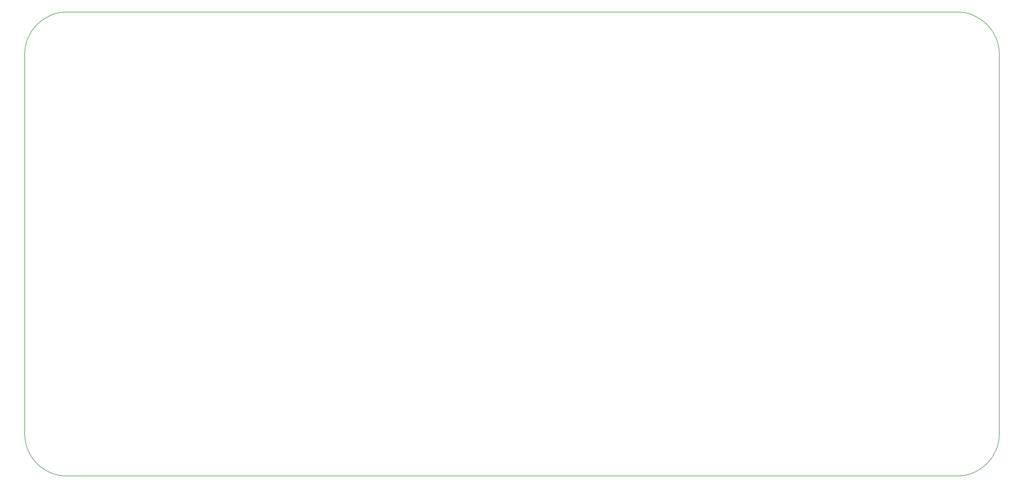
<source format=gbr>
G04 #@! TF.GenerationSoftware,KiCad,Pcbnew,5.1.6*
G04 #@! TF.CreationDate,2020-06-22T09:03:57+02:00*
G04 #@! TF.ProjectId,punk75_bottom,70756e6b-3735-45f6-926f-74746f6d2e6b,rev?*
G04 #@! TF.SameCoordinates,Original*
G04 #@! TF.FileFunction,Profile,NP*
%FSLAX46Y46*%
G04 Gerber Fmt 4.6, Leading zero omitted, Abs format (unit mm)*
G04 Created by KiCad (PCBNEW 5.1.6) date 2020-06-22 09:03:57*
%MOMM*%
%LPD*%
G01*
G04 APERTURE LIST*
G04 #@! TA.AperFunction,Profile*
%ADD10C,0.200000*%
G04 #@! TD*
G04 APERTURE END LIST*
D10*
X376130000Y-227735250D02*
X376130000Y-107879000D01*
X376130000Y-227735250D02*
G75*
G02*
X362748750Y-241116500I-13381250J0D01*
G01*
X68380000Y-107879000D02*
G75*
G02*
X81761250Y-94497750I13381250J0D01*
G01*
X362748750Y-94497750D02*
X82555000Y-94497750D01*
X82555000Y-94497750D02*
X81761250Y-94497750D01*
X81761250Y-241116500D02*
X362748750Y-241116500D01*
X68380000Y-109466500D02*
X68380000Y-227735250D01*
X81761250Y-241116500D02*
G75*
G02*
X68380000Y-227735250I0J13381250D01*
G01*
X68380000Y-107879000D02*
X68380000Y-109466500D01*
X362748750Y-94497750D02*
G75*
G02*
X376130000Y-107879000I0J-13381250D01*
G01*
M02*

</source>
